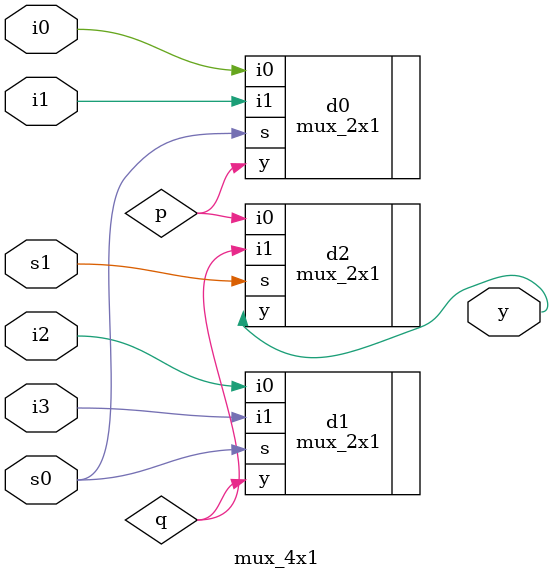
<source format=v>
`timescale 1ns / 1ps


module mux_4x1(i0,i1,i2,i3,s0,s1,y);
    input i0,i1,i2,i3,s0,s1;
    output y;
    
    wire p,q;
    
    mux_2x1 d0(.i0(i0),.i1(i1),.s(s0),.y(p));
    mux_2x1 d1(.i0(i2),.i1(i3),.s(s0),.y(q));
    mux_2x1 d2(.i0(p),.i1(q),.s(s1),.y(y));
    
endmodule

</source>
